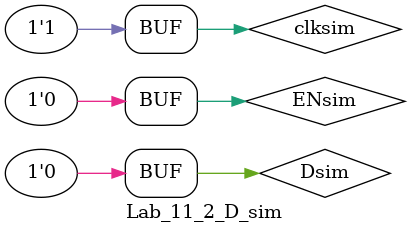
<source format=v>
`timescale 1ns / 1ps


module Lab_11_2_D_sim(
    );
    reg ENsim,Dsim,clksim;
    wire Qsim,Q_Tran_sim;
    Lab_11_2_D test1(
    .clk(clksim),
    .EN(ENsim),
    .D(Dsim),
    .Q(Qsim),
    .Q_Tran(Q_Tran_sim));
    initial 
    begin
      clksim = 1'b0;
        repeat (200)    
        begin
            #5
            clksim <= ~clksim;
        end
    end    
    
initial 
begin 
ENsim = 1'b0;
Dsim = 1'b0;    
      repeat (50)
      begin
      ENsim = ~ENsim;
          repeat (4)
          begin
          #5
          Dsim = ~Dsim;
          end
     end   
end          
endmodule

</source>
